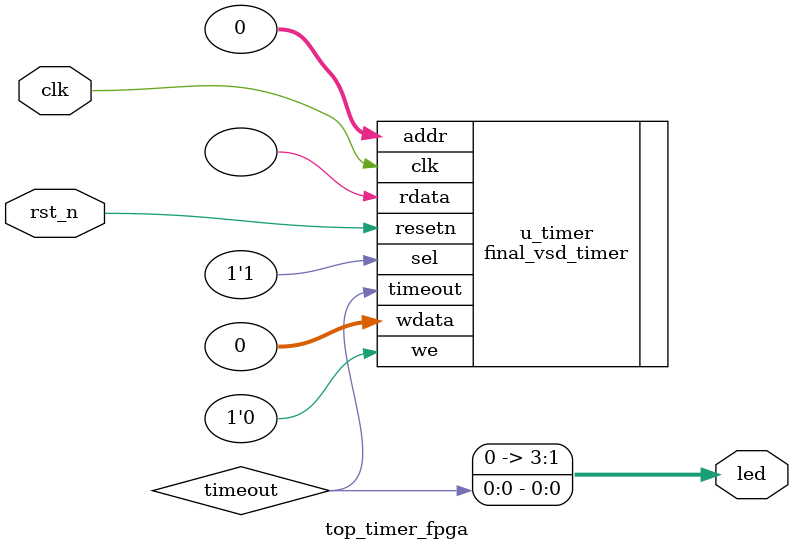
<source format=v>
module top_timer_fpga (
    input        clk,        // onboard clock
    input        rst_n,        // reset button
    output [3:0] led          // LEDs on board
);

    wire timeout;

    final_vsd_timer u_timer (
        .clk     (clk),
        .resetn  (rst_n),

        // Tie-off bus for now
        .sel     (1'b1),
        .we      (1'b0),
        .addr    (32'h0),
        .wdata   (32'h0),
        .rdata   (),
        .timeout (timeout)
    );

    // Observe timer on LED
    assign led[0] = timeout;
    assign led[3:1] = 3'b000;

endmodule


</source>
